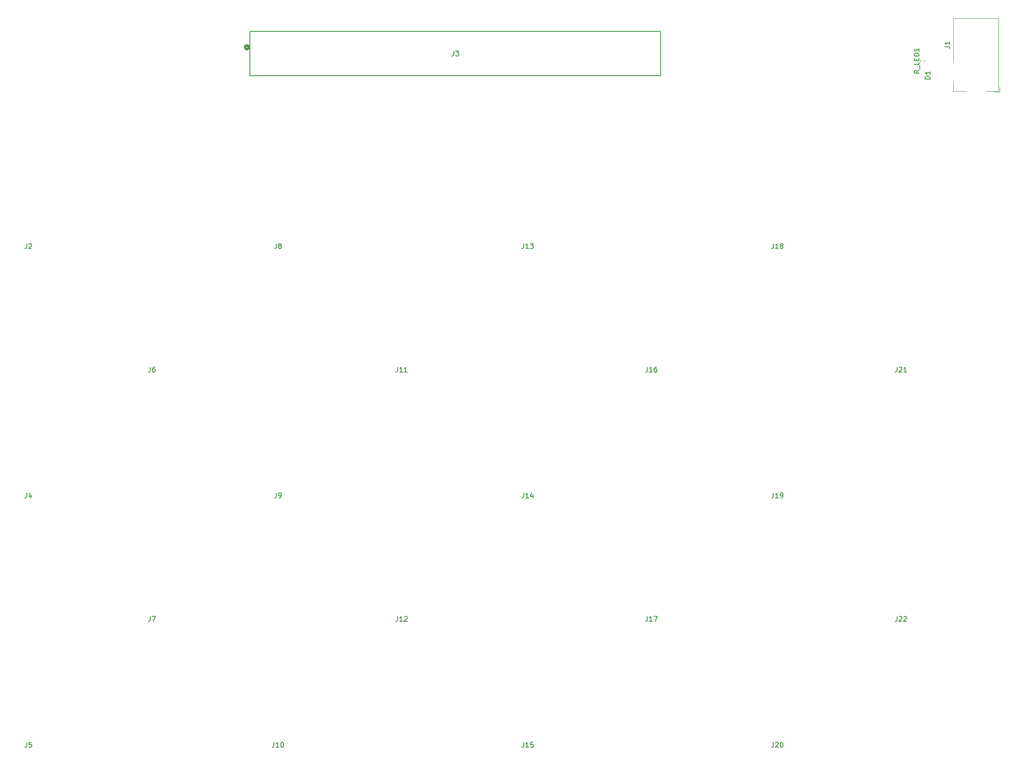
<source format=gbr>
%TF.GenerationSoftware,KiCad,Pcbnew,7.0.2*%
%TF.CreationDate,2023-07-28T09:13:08+01:00*%
%TF.ProjectId,Air quality project,41697220-7175-4616-9c69-74792070726f,rev?*%
%TF.SameCoordinates,Original*%
%TF.FileFunction,Legend,Top*%
%TF.FilePolarity,Positive*%
%FSLAX46Y46*%
G04 Gerber Fmt 4.6, Leading zero omitted, Abs format (unit mm)*
G04 Created by KiCad (PCBNEW 7.0.2) date 2023-07-28 09:13:08*
%MOMM*%
%LPD*%
G01*
G04 APERTURE LIST*
%ADD10C,0.150000*%
%ADD11C,0.100000*%
%ADD12C,0.152400*%
%ADD13C,0.508000*%
%ADD14C,0.120000*%
G04 APERTURE END LIST*
D10*
%TO.C,J2*%
X58766666Y-65733619D02*
X58766666Y-66447904D01*
X58766666Y-66447904D02*
X58719047Y-66590761D01*
X58719047Y-66590761D02*
X58623809Y-66686000D01*
X58623809Y-66686000D02*
X58480952Y-66733619D01*
X58480952Y-66733619D02*
X58385714Y-66733619D01*
X59195238Y-65828857D02*
X59242857Y-65781238D01*
X59242857Y-65781238D02*
X59338095Y-65733619D01*
X59338095Y-65733619D02*
X59576190Y-65733619D01*
X59576190Y-65733619D02*
X59671428Y-65781238D01*
X59671428Y-65781238D02*
X59719047Y-65828857D01*
X59719047Y-65828857D02*
X59766666Y-65924095D01*
X59766666Y-65924095D02*
X59766666Y-66019333D01*
X59766666Y-66019333D02*
X59719047Y-66162190D01*
X59719047Y-66162190D02*
X59147619Y-66733619D01*
X59147619Y-66733619D02*
X59766666Y-66733619D01*
%TO.C,J4*%
X58773666Y-116263119D02*
X58773666Y-116977404D01*
X58773666Y-116977404D02*
X58726047Y-117120261D01*
X58726047Y-117120261D02*
X58630809Y-117215500D01*
X58630809Y-117215500D02*
X58487952Y-117263119D01*
X58487952Y-117263119D02*
X58392714Y-117263119D01*
X59678428Y-116596452D02*
X59678428Y-117263119D01*
X59440333Y-116215500D02*
X59202238Y-116929785D01*
X59202238Y-116929785D02*
X59821285Y-116929785D01*
%TO.C,J5*%
X58773666Y-166753119D02*
X58773666Y-167467404D01*
X58773666Y-167467404D02*
X58726047Y-167610261D01*
X58726047Y-167610261D02*
X58630809Y-167705500D01*
X58630809Y-167705500D02*
X58487952Y-167753119D01*
X58487952Y-167753119D02*
X58392714Y-167753119D01*
X59726047Y-166753119D02*
X59249857Y-166753119D01*
X59249857Y-166753119D02*
X59202238Y-167229309D01*
X59202238Y-167229309D02*
X59249857Y-167181690D01*
X59249857Y-167181690D02*
X59345095Y-167134071D01*
X59345095Y-167134071D02*
X59583190Y-167134071D01*
X59583190Y-167134071D02*
X59678428Y-167181690D01*
X59678428Y-167181690D02*
X59726047Y-167229309D01*
X59726047Y-167229309D02*
X59773666Y-167324547D01*
X59773666Y-167324547D02*
X59773666Y-167562642D01*
X59773666Y-167562642D02*
X59726047Y-167657880D01*
X59726047Y-167657880D02*
X59678428Y-167705500D01*
X59678428Y-167705500D02*
X59583190Y-167753119D01*
X59583190Y-167753119D02*
X59345095Y-167753119D01*
X59345095Y-167753119D02*
X59249857Y-167705500D01*
X59249857Y-167705500D02*
X59202238Y-167657880D01*
%TO.C,J15*%
X159277476Y-166733119D02*
X159277476Y-167447404D01*
X159277476Y-167447404D02*
X159229857Y-167590261D01*
X159229857Y-167590261D02*
X159134619Y-167685500D01*
X159134619Y-167685500D02*
X158991762Y-167733119D01*
X158991762Y-167733119D02*
X158896524Y-167733119D01*
X160277476Y-167733119D02*
X159706048Y-167733119D01*
X159991762Y-167733119D02*
X159991762Y-166733119D01*
X159991762Y-166733119D02*
X159896524Y-166875976D01*
X159896524Y-166875976D02*
X159801286Y-166971214D01*
X159801286Y-166971214D02*
X159706048Y-167018833D01*
X161182238Y-166733119D02*
X160706048Y-166733119D01*
X160706048Y-166733119D02*
X160658429Y-167209309D01*
X160658429Y-167209309D02*
X160706048Y-167161690D01*
X160706048Y-167161690D02*
X160801286Y-167114071D01*
X160801286Y-167114071D02*
X161039381Y-167114071D01*
X161039381Y-167114071D02*
X161134619Y-167161690D01*
X161134619Y-167161690D02*
X161182238Y-167209309D01*
X161182238Y-167209309D02*
X161229857Y-167304547D01*
X161229857Y-167304547D02*
X161229857Y-167542642D01*
X161229857Y-167542642D02*
X161182238Y-167637880D01*
X161182238Y-167637880D02*
X161134619Y-167685500D01*
X161134619Y-167685500D02*
X161039381Y-167733119D01*
X161039381Y-167733119D02*
X160801286Y-167733119D01*
X160801286Y-167733119D02*
X160706048Y-167685500D01*
X160706048Y-167685500D02*
X160658429Y-167637880D01*
%TO.C,J18*%
X209787476Y-65733119D02*
X209787476Y-66447404D01*
X209787476Y-66447404D02*
X209739857Y-66590261D01*
X209739857Y-66590261D02*
X209644619Y-66685500D01*
X209644619Y-66685500D02*
X209501762Y-66733119D01*
X209501762Y-66733119D02*
X209406524Y-66733119D01*
X210787476Y-66733119D02*
X210216048Y-66733119D01*
X210501762Y-66733119D02*
X210501762Y-65733119D01*
X210501762Y-65733119D02*
X210406524Y-65875976D01*
X210406524Y-65875976D02*
X210311286Y-65971214D01*
X210311286Y-65971214D02*
X210216048Y-66018833D01*
X211358905Y-66161690D02*
X211263667Y-66114071D01*
X211263667Y-66114071D02*
X211216048Y-66066452D01*
X211216048Y-66066452D02*
X211168429Y-65971214D01*
X211168429Y-65971214D02*
X211168429Y-65923595D01*
X211168429Y-65923595D02*
X211216048Y-65828357D01*
X211216048Y-65828357D02*
X211263667Y-65780738D01*
X211263667Y-65780738D02*
X211358905Y-65733119D01*
X211358905Y-65733119D02*
X211549381Y-65733119D01*
X211549381Y-65733119D02*
X211644619Y-65780738D01*
X211644619Y-65780738D02*
X211692238Y-65828357D01*
X211692238Y-65828357D02*
X211739857Y-65923595D01*
X211739857Y-65923595D02*
X211739857Y-65971214D01*
X211739857Y-65971214D02*
X211692238Y-66066452D01*
X211692238Y-66066452D02*
X211644619Y-66114071D01*
X211644619Y-66114071D02*
X211549381Y-66161690D01*
X211549381Y-66161690D02*
X211358905Y-66161690D01*
X211358905Y-66161690D02*
X211263667Y-66209309D01*
X211263667Y-66209309D02*
X211216048Y-66256928D01*
X211216048Y-66256928D02*
X211168429Y-66352166D01*
X211168429Y-66352166D02*
X211168429Y-66542642D01*
X211168429Y-66542642D02*
X211216048Y-66637880D01*
X211216048Y-66637880D02*
X211263667Y-66685500D01*
X211263667Y-66685500D02*
X211358905Y-66733119D01*
X211358905Y-66733119D02*
X211549381Y-66733119D01*
X211549381Y-66733119D02*
X211644619Y-66685500D01*
X211644619Y-66685500D02*
X211692238Y-66637880D01*
X211692238Y-66637880D02*
X211739857Y-66542642D01*
X211739857Y-66542642D02*
X211739857Y-66352166D01*
X211739857Y-66352166D02*
X211692238Y-66256928D01*
X211692238Y-66256928D02*
X211644619Y-66209309D01*
X211644619Y-66209309D02*
X211549381Y-66161690D01*
%TO.C,J10*%
X108777476Y-166733119D02*
X108777476Y-167447404D01*
X108777476Y-167447404D02*
X108729857Y-167590261D01*
X108729857Y-167590261D02*
X108634619Y-167685500D01*
X108634619Y-167685500D02*
X108491762Y-167733119D01*
X108491762Y-167733119D02*
X108396524Y-167733119D01*
X109777476Y-167733119D02*
X109206048Y-167733119D01*
X109491762Y-167733119D02*
X109491762Y-166733119D01*
X109491762Y-166733119D02*
X109396524Y-166875976D01*
X109396524Y-166875976D02*
X109301286Y-166971214D01*
X109301286Y-166971214D02*
X109206048Y-167018833D01*
X110396524Y-166733119D02*
X110491762Y-166733119D01*
X110491762Y-166733119D02*
X110587000Y-166780738D01*
X110587000Y-166780738D02*
X110634619Y-166828357D01*
X110634619Y-166828357D02*
X110682238Y-166923595D01*
X110682238Y-166923595D02*
X110729857Y-167114071D01*
X110729857Y-167114071D02*
X110729857Y-167352166D01*
X110729857Y-167352166D02*
X110682238Y-167542642D01*
X110682238Y-167542642D02*
X110634619Y-167637880D01*
X110634619Y-167637880D02*
X110587000Y-167685500D01*
X110587000Y-167685500D02*
X110491762Y-167733119D01*
X110491762Y-167733119D02*
X110396524Y-167733119D01*
X110396524Y-167733119D02*
X110301286Y-167685500D01*
X110301286Y-167685500D02*
X110253667Y-167637880D01*
X110253667Y-167637880D02*
X110206048Y-167542642D01*
X110206048Y-167542642D02*
X110158429Y-167352166D01*
X110158429Y-167352166D02*
X110158429Y-167114071D01*
X110158429Y-167114071D02*
X110206048Y-166923595D01*
X110206048Y-166923595D02*
X110253667Y-166828357D01*
X110253667Y-166828357D02*
X110301286Y-166780738D01*
X110301286Y-166780738D02*
X110396524Y-166733119D01*
%TO.C,D1*%
X241482619Y-32423094D02*
X240482619Y-32423094D01*
X240482619Y-32423094D02*
X240482619Y-32184999D01*
X240482619Y-32184999D02*
X240530238Y-32042142D01*
X240530238Y-32042142D02*
X240625476Y-31946904D01*
X240625476Y-31946904D02*
X240720714Y-31899285D01*
X240720714Y-31899285D02*
X240911190Y-31851666D01*
X240911190Y-31851666D02*
X241054047Y-31851666D01*
X241054047Y-31851666D02*
X241244523Y-31899285D01*
X241244523Y-31899285D02*
X241339761Y-31946904D01*
X241339761Y-31946904D02*
X241435000Y-32042142D01*
X241435000Y-32042142D02*
X241482619Y-32184999D01*
X241482619Y-32184999D02*
X241482619Y-32423094D01*
X241482619Y-30899285D02*
X241482619Y-31470713D01*
X241482619Y-31184999D02*
X240482619Y-31184999D01*
X240482619Y-31184999D02*
X240625476Y-31280237D01*
X240625476Y-31280237D02*
X240720714Y-31375475D01*
X240720714Y-31375475D02*
X240768333Y-31470713D01*
%TO.C,J8*%
X109263666Y-65733119D02*
X109263666Y-66447404D01*
X109263666Y-66447404D02*
X109216047Y-66590261D01*
X109216047Y-66590261D02*
X109120809Y-66685500D01*
X109120809Y-66685500D02*
X108977952Y-66733119D01*
X108977952Y-66733119D02*
X108882714Y-66733119D01*
X109882714Y-66161690D02*
X109787476Y-66114071D01*
X109787476Y-66114071D02*
X109739857Y-66066452D01*
X109739857Y-66066452D02*
X109692238Y-65971214D01*
X109692238Y-65971214D02*
X109692238Y-65923595D01*
X109692238Y-65923595D02*
X109739857Y-65828357D01*
X109739857Y-65828357D02*
X109787476Y-65780738D01*
X109787476Y-65780738D02*
X109882714Y-65733119D01*
X109882714Y-65733119D02*
X110073190Y-65733119D01*
X110073190Y-65733119D02*
X110168428Y-65780738D01*
X110168428Y-65780738D02*
X110216047Y-65828357D01*
X110216047Y-65828357D02*
X110263666Y-65923595D01*
X110263666Y-65923595D02*
X110263666Y-65971214D01*
X110263666Y-65971214D02*
X110216047Y-66066452D01*
X110216047Y-66066452D02*
X110168428Y-66114071D01*
X110168428Y-66114071D02*
X110073190Y-66161690D01*
X110073190Y-66161690D02*
X109882714Y-66161690D01*
X109882714Y-66161690D02*
X109787476Y-66209309D01*
X109787476Y-66209309D02*
X109739857Y-66256928D01*
X109739857Y-66256928D02*
X109692238Y-66352166D01*
X109692238Y-66352166D02*
X109692238Y-66542642D01*
X109692238Y-66542642D02*
X109739857Y-66637880D01*
X109739857Y-66637880D02*
X109787476Y-66685500D01*
X109787476Y-66685500D02*
X109882714Y-66733119D01*
X109882714Y-66733119D02*
X110073190Y-66733119D01*
X110073190Y-66733119D02*
X110168428Y-66685500D01*
X110168428Y-66685500D02*
X110216047Y-66637880D01*
X110216047Y-66637880D02*
X110263666Y-66542642D01*
X110263666Y-66542642D02*
X110263666Y-66352166D01*
X110263666Y-66352166D02*
X110216047Y-66256928D01*
X110216047Y-66256928D02*
X110168428Y-66209309D01*
X110168428Y-66209309D02*
X110073190Y-66161690D01*
%TO.C,J12*%
X133787476Y-141233119D02*
X133787476Y-141947404D01*
X133787476Y-141947404D02*
X133739857Y-142090261D01*
X133739857Y-142090261D02*
X133644619Y-142185500D01*
X133644619Y-142185500D02*
X133501762Y-142233119D01*
X133501762Y-142233119D02*
X133406524Y-142233119D01*
X134787476Y-142233119D02*
X134216048Y-142233119D01*
X134501762Y-142233119D02*
X134501762Y-141233119D01*
X134501762Y-141233119D02*
X134406524Y-141375976D01*
X134406524Y-141375976D02*
X134311286Y-141471214D01*
X134311286Y-141471214D02*
X134216048Y-141518833D01*
X135168429Y-141328357D02*
X135216048Y-141280738D01*
X135216048Y-141280738D02*
X135311286Y-141233119D01*
X135311286Y-141233119D02*
X135549381Y-141233119D01*
X135549381Y-141233119D02*
X135644619Y-141280738D01*
X135644619Y-141280738D02*
X135692238Y-141328357D01*
X135692238Y-141328357D02*
X135739857Y-141423595D01*
X135739857Y-141423595D02*
X135739857Y-141518833D01*
X135739857Y-141518833D02*
X135692238Y-141661690D01*
X135692238Y-141661690D02*
X135120810Y-142233119D01*
X135120810Y-142233119D02*
X135739857Y-142233119D01*
%TO.C,J9*%
X109263666Y-116233119D02*
X109263666Y-116947404D01*
X109263666Y-116947404D02*
X109216047Y-117090261D01*
X109216047Y-117090261D02*
X109120809Y-117185500D01*
X109120809Y-117185500D02*
X108977952Y-117233119D01*
X108977952Y-117233119D02*
X108882714Y-117233119D01*
X109787476Y-117233119D02*
X109977952Y-117233119D01*
X109977952Y-117233119D02*
X110073190Y-117185500D01*
X110073190Y-117185500D02*
X110120809Y-117137880D01*
X110120809Y-117137880D02*
X110216047Y-116995023D01*
X110216047Y-116995023D02*
X110263666Y-116804547D01*
X110263666Y-116804547D02*
X110263666Y-116423595D01*
X110263666Y-116423595D02*
X110216047Y-116328357D01*
X110216047Y-116328357D02*
X110168428Y-116280738D01*
X110168428Y-116280738D02*
X110073190Y-116233119D01*
X110073190Y-116233119D02*
X109882714Y-116233119D01*
X109882714Y-116233119D02*
X109787476Y-116280738D01*
X109787476Y-116280738D02*
X109739857Y-116328357D01*
X109739857Y-116328357D02*
X109692238Y-116423595D01*
X109692238Y-116423595D02*
X109692238Y-116661690D01*
X109692238Y-116661690D02*
X109739857Y-116756928D01*
X109739857Y-116756928D02*
X109787476Y-116804547D01*
X109787476Y-116804547D02*
X109882714Y-116852166D01*
X109882714Y-116852166D02*
X110073190Y-116852166D01*
X110073190Y-116852166D02*
X110168428Y-116804547D01*
X110168428Y-116804547D02*
X110216047Y-116756928D01*
X110216047Y-116756928D02*
X110263666Y-116661690D01*
%TO.C,J3*%
X145146666Y-26732619D02*
X145146666Y-27446904D01*
X145146666Y-27446904D02*
X145099047Y-27589761D01*
X145099047Y-27589761D02*
X145003809Y-27685000D01*
X145003809Y-27685000D02*
X144860952Y-27732619D01*
X144860952Y-27732619D02*
X144765714Y-27732619D01*
X145527619Y-26732619D02*
X146146666Y-26732619D01*
X146146666Y-26732619D02*
X145813333Y-27113571D01*
X145813333Y-27113571D02*
X145956190Y-27113571D01*
X145956190Y-27113571D02*
X146051428Y-27161190D01*
X146051428Y-27161190D02*
X146099047Y-27208809D01*
X146099047Y-27208809D02*
X146146666Y-27304047D01*
X146146666Y-27304047D02*
X146146666Y-27542142D01*
X146146666Y-27542142D02*
X146099047Y-27637380D01*
X146099047Y-27637380D02*
X146051428Y-27685000D01*
X146051428Y-27685000D02*
X145956190Y-27732619D01*
X145956190Y-27732619D02*
X145670476Y-27732619D01*
X145670476Y-27732619D02*
X145575238Y-27685000D01*
X145575238Y-27685000D02*
X145527619Y-27637380D01*
%TO.C,J6*%
X83763666Y-90733119D02*
X83763666Y-91447404D01*
X83763666Y-91447404D02*
X83716047Y-91590261D01*
X83716047Y-91590261D02*
X83620809Y-91685500D01*
X83620809Y-91685500D02*
X83477952Y-91733119D01*
X83477952Y-91733119D02*
X83382714Y-91733119D01*
X84668428Y-90733119D02*
X84477952Y-90733119D01*
X84477952Y-90733119D02*
X84382714Y-90780738D01*
X84382714Y-90780738D02*
X84335095Y-90828357D01*
X84335095Y-90828357D02*
X84239857Y-90971214D01*
X84239857Y-90971214D02*
X84192238Y-91161690D01*
X84192238Y-91161690D02*
X84192238Y-91542642D01*
X84192238Y-91542642D02*
X84239857Y-91637880D01*
X84239857Y-91637880D02*
X84287476Y-91685500D01*
X84287476Y-91685500D02*
X84382714Y-91733119D01*
X84382714Y-91733119D02*
X84573190Y-91733119D01*
X84573190Y-91733119D02*
X84668428Y-91685500D01*
X84668428Y-91685500D02*
X84716047Y-91637880D01*
X84716047Y-91637880D02*
X84763666Y-91542642D01*
X84763666Y-91542642D02*
X84763666Y-91304547D01*
X84763666Y-91304547D02*
X84716047Y-91209309D01*
X84716047Y-91209309D02*
X84668428Y-91161690D01*
X84668428Y-91161690D02*
X84573190Y-91114071D01*
X84573190Y-91114071D02*
X84382714Y-91114071D01*
X84382714Y-91114071D02*
X84287476Y-91161690D01*
X84287476Y-91161690D02*
X84239857Y-91209309D01*
X84239857Y-91209309D02*
X84192238Y-91304547D01*
%TO.C,J16*%
X184287476Y-90733119D02*
X184287476Y-91447404D01*
X184287476Y-91447404D02*
X184239857Y-91590261D01*
X184239857Y-91590261D02*
X184144619Y-91685500D01*
X184144619Y-91685500D02*
X184001762Y-91733119D01*
X184001762Y-91733119D02*
X183906524Y-91733119D01*
X185287476Y-91733119D02*
X184716048Y-91733119D01*
X185001762Y-91733119D02*
X185001762Y-90733119D01*
X185001762Y-90733119D02*
X184906524Y-90875976D01*
X184906524Y-90875976D02*
X184811286Y-90971214D01*
X184811286Y-90971214D02*
X184716048Y-91018833D01*
X186144619Y-90733119D02*
X185954143Y-90733119D01*
X185954143Y-90733119D02*
X185858905Y-90780738D01*
X185858905Y-90780738D02*
X185811286Y-90828357D01*
X185811286Y-90828357D02*
X185716048Y-90971214D01*
X185716048Y-90971214D02*
X185668429Y-91161690D01*
X185668429Y-91161690D02*
X185668429Y-91542642D01*
X185668429Y-91542642D02*
X185716048Y-91637880D01*
X185716048Y-91637880D02*
X185763667Y-91685500D01*
X185763667Y-91685500D02*
X185858905Y-91733119D01*
X185858905Y-91733119D02*
X186049381Y-91733119D01*
X186049381Y-91733119D02*
X186144619Y-91685500D01*
X186144619Y-91685500D02*
X186192238Y-91637880D01*
X186192238Y-91637880D02*
X186239857Y-91542642D01*
X186239857Y-91542642D02*
X186239857Y-91304547D01*
X186239857Y-91304547D02*
X186192238Y-91209309D01*
X186192238Y-91209309D02*
X186144619Y-91161690D01*
X186144619Y-91161690D02*
X186049381Y-91114071D01*
X186049381Y-91114071D02*
X185858905Y-91114071D01*
X185858905Y-91114071D02*
X185763667Y-91161690D01*
X185763667Y-91161690D02*
X185716048Y-91209309D01*
X185716048Y-91209309D02*
X185668429Y-91304547D01*
%TO.C,J1*%
X244442619Y-25853333D02*
X245156904Y-25853333D01*
X245156904Y-25853333D02*
X245299761Y-25900952D01*
X245299761Y-25900952D02*
X245395000Y-25996190D01*
X245395000Y-25996190D02*
X245442619Y-26139047D01*
X245442619Y-26139047D02*
X245442619Y-26234285D01*
X245442619Y-24853333D02*
X245442619Y-25424761D01*
X245442619Y-25139047D02*
X244442619Y-25139047D01*
X244442619Y-25139047D02*
X244585476Y-25234285D01*
X244585476Y-25234285D02*
X244680714Y-25329523D01*
X244680714Y-25329523D02*
X244728333Y-25424761D01*
%TO.C,J19*%
X209787476Y-116233119D02*
X209787476Y-116947404D01*
X209787476Y-116947404D02*
X209739857Y-117090261D01*
X209739857Y-117090261D02*
X209644619Y-117185500D01*
X209644619Y-117185500D02*
X209501762Y-117233119D01*
X209501762Y-117233119D02*
X209406524Y-117233119D01*
X210787476Y-117233119D02*
X210216048Y-117233119D01*
X210501762Y-117233119D02*
X210501762Y-116233119D01*
X210501762Y-116233119D02*
X210406524Y-116375976D01*
X210406524Y-116375976D02*
X210311286Y-116471214D01*
X210311286Y-116471214D02*
X210216048Y-116518833D01*
X211263667Y-117233119D02*
X211454143Y-117233119D01*
X211454143Y-117233119D02*
X211549381Y-117185500D01*
X211549381Y-117185500D02*
X211597000Y-117137880D01*
X211597000Y-117137880D02*
X211692238Y-116995023D01*
X211692238Y-116995023D02*
X211739857Y-116804547D01*
X211739857Y-116804547D02*
X211739857Y-116423595D01*
X211739857Y-116423595D02*
X211692238Y-116328357D01*
X211692238Y-116328357D02*
X211644619Y-116280738D01*
X211644619Y-116280738D02*
X211549381Y-116233119D01*
X211549381Y-116233119D02*
X211358905Y-116233119D01*
X211358905Y-116233119D02*
X211263667Y-116280738D01*
X211263667Y-116280738D02*
X211216048Y-116328357D01*
X211216048Y-116328357D02*
X211168429Y-116423595D01*
X211168429Y-116423595D02*
X211168429Y-116661690D01*
X211168429Y-116661690D02*
X211216048Y-116756928D01*
X211216048Y-116756928D02*
X211263667Y-116804547D01*
X211263667Y-116804547D02*
X211358905Y-116852166D01*
X211358905Y-116852166D02*
X211549381Y-116852166D01*
X211549381Y-116852166D02*
X211644619Y-116804547D01*
X211644619Y-116804547D02*
X211692238Y-116756928D01*
X211692238Y-116756928D02*
X211739857Y-116661690D01*
%TO.C,J17*%
X184287476Y-141233119D02*
X184287476Y-141947404D01*
X184287476Y-141947404D02*
X184239857Y-142090261D01*
X184239857Y-142090261D02*
X184144619Y-142185500D01*
X184144619Y-142185500D02*
X184001762Y-142233119D01*
X184001762Y-142233119D02*
X183906524Y-142233119D01*
X185287476Y-142233119D02*
X184716048Y-142233119D01*
X185001762Y-142233119D02*
X185001762Y-141233119D01*
X185001762Y-141233119D02*
X184906524Y-141375976D01*
X184906524Y-141375976D02*
X184811286Y-141471214D01*
X184811286Y-141471214D02*
X184716048Y-141518833D01*
X185620810Y-141233119D02*
X186287476Y-141233119D01*
X186287476Y-141233119D02*
X185858905Y-142233119D01*
%TO.C,R_LED1*%
X239262619Y-30664762D02*
X238786428Y-30998095D01*
X239262619Y-31236190D02*
X238262619Y-31236190D01*
X238262619Y-31236190D02*
X238262619Y-30855238D01*
X238262619Y-30855238D02*
X238310238Y-30760000D01*
X238310238Y-30760000D02*
X238357857Y-30712381D01*
X238357857Y-30712381D02*
X238453095Y-30664762D01*
X238453095Y-30664762D02*
X238595952Y-30664762D01*
X238595952Y-30664762D02*
X238691190Y-30712381D01*
X238691190Y-30712381D02*
X238738809Y-30760000D01*
X238738809Y-30760000D02*
X238786428Y-30855238D01*
X238786428Y-30855238D02*
X238786428Y-31236190D01*
X239357857Y-30474286D02*
X239357857Y-29712381D01*
X239262619Y-28998095D02*
X239262619Y-29474285D01*
X239262619Y-29474285D02*
X238262619Y-29474285D01*
X238738809Y-28664761D02*
X238738809Y-28331428D01*
X239262619Y-28188571D02*
X239262619Y-28664761D01*
X239262619Y-28664761D02*
X238262619Y-28664761D01*
X238262619Y-28664761D02*
X238262619Y-28188571D01*
X239262619Y-27759999D02*
X238262619Y-27759999D01*
X238262619Y-27759999D02*
X238262619Y-27521904D01*
X238262619Y-27521904D02*
X238310238Y-27379047D01*
X238310238Y-27379047D02*
X238405476Y-27283809D01*
X238405476Y-27283809D02*
X238500714Y-27236190D01*
X238500714Y-27236190D02*
X238691190Y-27188571D01*
X238691190Y-27188571D02*
X238834047Y-27188571D01*
X238834047Y-27188571D02*
X239024523Y-27236190D01*
X239024523Y-27236190D02*
X239119761Y-27283809D01*
X239119761Y-27283809D02*
X239215000Y-27379047D01*
X239215000Y-27379047D02*
X239262619Y-27521904D01*
X239262619Y-27521904D02*
X239262619Y-27759999D01*
X239262619Y-26236190D02*
X239262619Y-26807618D01*
X239262619Y-26521904D02*
X238262619Y-26521904D01*
X238262619Y-26521904D02*
X238405476Y-26617142D01*
X238405476Y-26617142D02*
X238500714Y-26712380D01*
X238500714Y-26712380D02*
X238548333Y-26807618D01*
%TO.C,J11*%
X133787476Y-90733119D02*
X133787476Y-91447404D01*
X133787476Y-91447404D02*
X133739857Y-91590261D01*
X133739857Y-91590261D02*
X133644619Y-91685500D01*
X133644619Y-91685500D02*
X133501762Y-91733119D01*
X133501762Y-91733119D02*
X133406524Y-91733119D01*
X134787476Y-91733119D02*
X134216048Y-91733119D01*
X134501762Y-91733119D02*
X134501762Y-90733119D01*
X134501762Y-90733119D02*
X134406524Y-90875976D01*
X134406524Y-90875976D02*
X134311286Y-90971214D01*
X134311286Y-90971214D02*
X134216048Y-91018833D01*
X135739857Y-91733119D02*
X135168429Y-91733119D01*
X135454143Y-91733119D02*
X135454143Y-90733119D01*
X135454143Y-90733119D02*
X135358905Y-90875976D01*
X135358905Y-90875976D02*
X135263667Y-90971214D01*
X135263667Y-90971214D02*
X135168429Y-91018833D01*
%TO.C,J7*%
X83763666Y-141233119D02*
X83763666Y-141947404D01*
X83763666Y-141947404D02*
X83716047Y-142090261D01*
X83716047Y-142090261D02*
X83620809Y-142185500D01*
X83620809Y-142185500D02*
X83477952Y-142233119D01*
X83477952Y-142233119D02*
X83382714Y-142233119D01*
X84144619Y-141233119D02*
X84811285Y-141233119D01*
X84811285Y-141233119D02*
X84382714Y-142233119D01*
%TO.C,J13*%
X159287476Y-65733119D02*
X159287476Y-66447404D01*
X159287476Y-66447404D02*
X159239857Y-66590261D01*
X159239857Y-66590261D02*
X159144619Y-66685500D01*
X159144619Y-66685500D02*
X159001762Y-66733119D01*
X159001762Y-66733119D02*
X158906524Y-66733119D01*
X160287476Y-66733119D02*
X159716048Y-66733119D01*
X160001762Y-66733119D02*
X160001762Y-65733119D01*
X160001762Y-65733119D02*
X159906524Y-65875976D01*
X159906524Y-65875976D02*
X159811286Y-65971214D01*
X159811286Y-65971214D02*
X159716048Y-66018833D01*
X160620810Y-65733119D02*
X161239857Y-65733119D01*
X161239857Y-65733119D02*
X160906524Y-66114071D01*
X160906524Y-66114071D02*
X161049381Y-66114071D01*
X161049381Y-66114071D02*
X161144619Y-66161690D01*
X161144619Y-66161690D02*
X161192238Y-66209309D01*
X161192238Y-66209309D02*
X161239857Y-66304547D01*
X161239857Y-66304547D02*
X161239857Y-66542642D01*
X161239857Y-66542642D02*
X161192238Y-66637880D01*
X161192238Y-66637880D02*
X161144619Y-66685500D01*
X161144619Y-66685500D02*
X161049381Y-66733119D01*
X161049381Y-66733119D02*
X160763667Y-66733119D01*
X160763667Y-66733119D02*
X160668429Y-66685500D01*
X160668429Y-66685500D02*
X160620810Y-66637880D01*
%TO.C,J22*%
X234787476Y-141233119D02*
X234787476Y-141947404D01*
X234787476Y-141947404D02*
X234739857Y-142090261D01*
X234739857Y-142090261D02*
X234644619Y-142185500D01*
X234644619Y-142185500D02*
X234501762Y-142233119D01*
X234501762Y-142233119D02*
X234406524Y-142233119D01*
X235216048Y-141328357D02*
X235263667Y-141280738D01*
X235263667Y-141280738D02*
X235358905Y-141233119D01*
X235358905Y-141233119D02*
X235597000Y-141233119D01*
X235597000Y-141233119D02*
X235692238Y-141280738D01*
X235692238Y-141280738D02*
X235739857Y-141328357D01*
X235739857Y-141328357D02*
X235787476Y-141423595D01*
X235787476Y-141423595D02*
X235787476Y-141518833D01*
X235787476Y-141518833D02*
X235739857Y-141661690D01*
X235739857Y-141661690D02*
X235168429Y-142233119D01*
X235168429Y-142233119D02*
X235787476Y-142233119D01*
X236168429Y-141328357D02*
X236216048Y-141280738D01*
X236216048Y-141280738D02*
X236311286Y-141233119D01*
X236311286Y-141233119D02*
X236549381Y-141233119D01*
X236549381Y-141233119D02*
X236644619Y-141280738D01*
X236644619Y-141280738D02*
X236692238Y-141328357D01*
X236692238Y-141328357D02*
X236739857Y-141423595D01*
X236739857Y-141423595D02*
X236739857Y-141518833D01*
X236739857Y-141518833D02*
X236692238Y-141661690D01*
X236692238Y-141661690D02*
X236120810Y-142233119D01*
X236120810Y-142233119D02*
X236739857Y-142233119D01*
%TO.C,J21*%
X234787476Y-90733119D02*
X234787476Y-91447404D01*
X234787476Y-91447404D02*
X234739857Y-91590261D01*
X234739857Y-91590261D02*
X234644619Y-91685500D01*
X234644619Y-91685500D02*
X234501762Y-91733119D01*
X234501762Y-91733119D02*
X234406524Y-91733119D01*
X235216048Y-90828357D02*
X235263667Y-90780738D01*
X235263667Y-90780738D02*
X235358905Y-90733119D01*
X235358905Y-90733119D02*
X235597000Y-90733119D01*
X235597000Y-90733119D02*
X235692238Y-90780738D01*
X235692238Y-90780738D02*
X235739857Y-90828357D01*
X235739857Y-90828357D02*
X235787476Y-90923595D01*
X235787476Y-90923595D02*
X235787476Y-91018833D01*
X235787476Y-91018833D02*
X235739857Y-91161690D01*
X235739857Y-91161690D02*
X235168429Y-91733119D01*
X235168429Y-91733119D02*
X235787476Y-91733119D01*
X236739857Y-91733119D02*
X236168429Y-91733119D01*
X236454143Y-91733119D02*
X236454143Y-90733119D01*
X236454143Y-90733119D02*
X236358905Y-90875976D01*
X236358905Y-90875976D02*
X236263667Y-90971214D01*
X236263667Y-90971214D02*
X236168429Y-91018833D01*
%TO.C,J14*%
X159287476Y-116233119D02*
X159287476Y-116947404D01*
X159287476Y-116947404D02*
X159239857Y-117090261D01*
X159239857Y-117090261D02*
X159144619Y-117185500D01*
X159144619Y-117185500D02*
X159001762Y-117233119D01*
X159001762Y-117233119D02*
X158906524Y-117233119D01*
X160287476Y-117233119D02*
X159716048Y-117233119D01*
X160001762Y-117233119D02*
X160001762Y-116233119D01*
X160001762Y-116233119D02*
X159906524Y-116375976D01*
X159906524Y-116375976D02*
X159811286Y-116471214D01*
X159811286Y-116471214D02*
X159716048Y-116518833D01*
X161144619Y-116566452D02*
X161144619Y-117233119D01*
X160906524Y-116185500D02*
X160668429Y-116899785D01*
X160668429Y-116899785D02*
X161287476Y-116899785D01*
%TO.C,J20*%
X209777476Y-166733119D02*
X209777476Y-167447404D01*
X209777476Y-167447404D02*
X209729857Y-167590261D01*
X209729857Y-167590261D02*
X209634619Y-167685500D01*
X209634619Y-167685500D02*
X209491762Y-167733119D01*
X209491762Y-167733119D02*
X209396524Y-167733119D01*
X210206048Y-166828357D02*
X210253667Y-166780738D01*
X210253667Y-166780738D02*
X210348905Y-166733119D01*
X210348905Y-166733119D02*
X210587000Y-166733119D01*
X210587000Y-166733119D02*
X210682238Y-166780738D01*
X210682238Y-166780738D02*
X210729857Y-166828357D01*
X210729857Y-166828357D02*
X210777476Y-166923595D01*
X210777476Y-166923595D02*
X210777476Y-167018833D01*
X210777476Y-167018833D02*
X210729857Y-167161690D01*
X210729857Y-167161690D02*
X210158429Y-167733119D01*
X210158429Y-167733119D02*
X210777476Y-167733119D01*
X211396524Y-166733119D02*
X211491762Y-166733119D01*
X211491762Y-166733119D02*
X211587000Y-166780738D01*
X211587000Y-166780738D02*
X211634619Y-166828357D01*
X211634619Y-166828357D02*
X211682238Y-166923595D01*
X211682238Y-166923595D02*
X211729857Y-167114071D01*
X211729857Y-167114071D02*
X211729857Y-167352166D01*
X211729857Y-167352166D02*
X211682238Y-167542642D01*
X211682238Y-167542642D02*
X211634619Y-167637880D01*
X211634619Y-167637880D02*
X211587000Y-167685500D01*
X211587000Y-167685500D02*
X211491762Y-167733119D01*
X211491762Y-167733119D02*
X211396524Y-167733119D01*
X211396524Y-167733119D02*
X211301286Y-167685500D01*
X211301286Y-167685500D02*
X211253667Y-167637880D01*
X211253667Y-167637880D02*
X211206048Y-167542642D01*
X211206048Y-167542642D02*
X211158429Y-167352166D01*
X211158429Y-167352166D02*
X211158429Y-167114071D01*
X211158429Y-167114071D02*
X211206048Y-166923595D01*
X211206048Y-166923595D02*
X211253667Y-166828357D01*
X211253667Y-166828357D02*
X211301286Y-166780738D01*
X211301286Y-166780738D02*
X211396524Y-166733119D01*
D11*
%TO.C,D1*%
X240020000Y-30825000D02*
G75*
G03*
X240020000Y-30825000I-50000J0D01*
G01*
D12*
%TO.C,J3*%
X103951000Y-22786900D02*
X103951000Y-31753100D01*
X103951000Y-31753100D02*
X187009000Y-31753100D01*
X187009000Y-22786900D02*
X103951000Y-22786900D01*
X187009000Y-31753100D02*
X187009000Y-22786900D01*
D13*
X103697000Y-26000000D02*
G75*
G03*
X103697000Y-26000000I-381000J0D01*
G01*
D14*
%TO.C,J1*%
X255330000Y-20170000D02*
X255330000Y-34870000D01*
X246130000Y-20170000D02*
X255330000Y-20170000D01*
X246130000Y-28970000D02*
X246130000Y-20170000D01*
X255530000Y-34020000D02*
X255530000Y-35070000D01*
X255330000Y-34870000D02*
X252730000Y-34870000D01*
X248830000Y-34870000D02*
X246130000Y-34870000D01*
X246130000Y-34870000D02*
X246130000Y-32970000D01*
X254480000Y-35070000D02*
X255530000Y-35070000D01*
%TO.C,R_LED1*%
X239590000Y-28913641D02*
X239590000Y-28606359D01*
X240350000Y-28913641D02*
X240350000Y-28606359D01*
%TD*%
M02*

</source>
